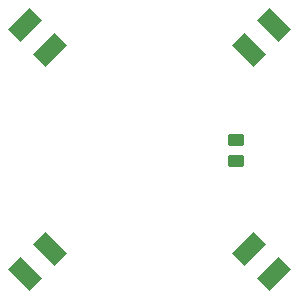
<source format=gbr>
%TF.GenerationSoftware,KiCad,Pcbnew,(7.0.0)*%
%TF.CreationDate,2024-02-03T20:29:28+01:00*%
%TF.ProjectId,Helios_emt,48656c69-6f73-45f6-956d-742e6b696361,rev?*%
%TF.SameCoordinates,PX9d5b340PY5f5e100*%
%TF.FileFunction,Paste,Top*%
%TF.FilePolarity,Positive*%
%FSLAX46Y46*%
G04 Gerber Fmt 4.6, Leading zero omitted, Abs format (unit mm)*
G04 Created by KiCad (PCBNEW (7.0.0)) date 2024-02-03 20:29:28*
%MOMM*%
%LPD*%
G01*
G04 APERTURE LIST*
G04 Aperture macros list*
%AMRoundRect*
0 Rectangle with rounded corners*
0 $1 Rounding radius*
0 $2 $3 $4 $5 $6 $7 $8 $9 X,Y pos of 4 corners*
0 Add a 4 corners polygon primitive as box body*
4,1,4,$2,$3,$4,$5,$6,$7,$8,$9,$2,$3,0*
0 Add four circle primitives for the rounded corners*
1,1,$1+$1,$2,$3*
1,1,$1+$1,$4,$5*
1,1,$1+$1,$6,$7*
1,1,$1+$1,$8,$9*
0 Add four rect primitives between the rounded corners*
20,1,$1+$1,$2,$3,$4,$5,0*
20,1,$1+$1,$4,$5,$6,$7,0*
20,1,$1+$1,$6,$7,$8,$9,0*
20,1,$1+$1,$8,$9,$2,$3,0*%
%AMRotRect*
0 Rectangle, with rotation*
0 The origin of the aperture is its center*
0 $1 length*
0 $2 width*
0 $3 Rotation angle, in degrees counterclockwise*
0 Add horizontal line*
21,1,$1,$2,0,0,$3*%
G04 Aperture macros list end*
%ADD10RotRect,1.500000X2.600000X135.000000*%
%ADD11RotRect,1.500000X2.600000X225.000000*%
%ADD12RotRect,1.500000X2.600000X315.000000*%
%ADD13RotRect,1.500000X2.600000X45.000000*%
%ADD14RoundRect,0.250000X0.450000X-0.262500X0.450000X0.262500X-0.450000X0.262500X-0.450000X-0.262500X0*%
G04 APERTURE END LIST*
D10*
%TO.C,D1*%
X10560659Y-10560659D03*
X8439339Y-8439339D03*
%TD*%
D11*
%TO.C,D0*%
X10560659Y10560659D03*
X8439339Y8439339D03*
%TD*%
D12*
%TO.C,D3*%
X-10560659Y10560659D03*
X-8439339Y8439339D03*
%TD*%
D13*
%TO.C,D2*%
X-10560659Y-10560659D03*
X-8439339Y-8439339D03*
%TD*%
D14*
%TO.C,R0*%
X7339000Y-988500D03*
X7339000Y836500D03*
%TD*%
M02*

</source>
